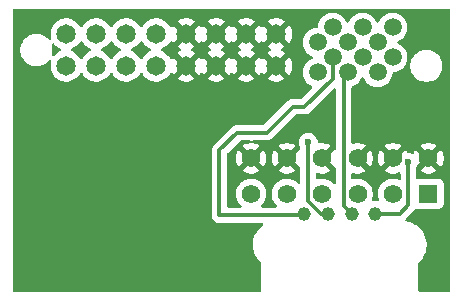
<source format=gbr>
%TF.GenerationSoftware,KiCad,Pcbnew,9.0.6*%
%TF.CreationDate,2025-12-04T16:08:16+01:00*%
%TF.ProjectId,ASUS BTF GPU Mini-ITX Adapter,41535553-2042-4544-9620-475055204d69,rev?*%
%TF.SameCoordinates,Original*%
%TF.FileFunction,Copper,L2,Bot*%
%TF.FilePolarity,Positive*%
%FSLAX46Y46*%
G04 Gerber Fmt 4.6, Leading zero omitted, Abs format (unit mm)*
G04 Created by KiCad (PCBNEW 9.0.6) date 2025-12-04 16:08:16*
%MOMM*%
%LPD*%
G01*
G04 APERTURE LIST*
%TA.AperFunction,ComponentPad*%
%ADD10C,1.650000*%
%TD*%
%TA.AperFunction,ComponentPad*%
%ADD11C,1.500000*%
%TD*%
%TA.AperFunction,ComponentPad*%
%ADD12R,1.570000X1.570000*%
%TD*%
%TA.AperFunction,ComponentPad*%
%ADD13C,1.570000*%
%TD*%
%TA.AperFunction,ComponentPad*%
%ADD14C,1.150000*%
%TD*%
%TA.AperFunction,ViaPad*%
%ADD15C,0.600000*%
%TD*%
%TA.AperFunction,Conductor*%
%ADD16C,0.300000*%
%TD*%
G04 APERTURE END LIST*
D10*
%TO.P,REF\u002A\u002A,P1*%
%TO.N,12V*%
X167530000Y-105350000D03*
%TO.P,REF\u002A\u002A,P2*%
X170070000Y-105350000D03*
%TO.P,REF\u002A\u002A,P3*%
X172610000Y-105350000D03*
%TO.P,REF\u002A\u002A,P4*%
X175150000Y-105350000D03*
%TO.P,REF\u002A\u002A,P5*%
%TO.N,Ground*%
X177690000Y-105350000D03*
%TO.P,REF\u002A\u002A,P6*%
X180230000Y-105350000D03*
%TO.P,REF\u002A\u002A,P7*%
X182770000Y-105350000D03*
%TO.P,REF\u002A\u002A,P8*%
X185310000Y-105350000D03*
%TO.P,REF\u002A\u002A,P9*%
X185310000Y-102650000D03*
%TO.P,REF\u002A\u002A,P10*%
X182770000Y-102650000D03*
%TO.P,REF\u002A\u002A,P11*%
X180230000Y-102650000D03*
%TO.P,REF\u002A\u002A,P12*%
X177690000Y-102650000D03*
%TO.P,REF\u002A\u002A,P13*%
%TO.N,12V*%
X175150000Y-102650000D03*
%TO.P,REF\u002A\u002A,P14*%
X172610000Y-102650000D03*
%TO.P,REF\u002A\u002A,P15*%
X170070000Y-102650000D03*
%TO.P,REF\u002A\u002A,P16*%
X167530000Y-102650000D03*
D11*
%TO.P,REF\u002A\u002A,S1*%
%TO.N,GND*%
X188810000Y-105905000D03*
%TO.P,REF\u002A\u002A,S2*%
%TO.N,SENSE1*%
X190080000Y-104635000D03*
%TO.P,REF\u002A\u002A,S3*%
%TO.N,CARD_CBL_PRES#*%
X191350000Y-105905000D03*
%TO.P,REF\u002A\u002A,S4*%
%TO.N,N/C*%
X192620000Y-104635000D03*
%TO.P,REF\u002A\u002A,S5*%
%TO.N,SENSE0*%
X193890000Y-105905000D03*
%TO.P,REF\u002A\u002A,S6*%
%TO.N,CARD_PWR_STABLE*%
X195160000Y-104635000D03*
%TO.P,REF\u002A\u002A,S7*%
%TO.N,150W_DET*%
X195160000Y-102095000D03*
%TO.P,REF\u002A\u002A,S8*%
%TO.N,12HPWR_LED*%
X193890000Y-103365000D03*
%TO.P,REF\u002A\u002A,S9*%
%TO.N,GND*%
X192620000Y-102095000D03*
%TO.P,REF\u002A\u002A,S10*%
%TO.N,N/C*%
X191350000Y-103365000D03*
%TO.P,REF\u002A\u002A,S11*%
X190080000Y-102095000D03*
%TO.P,REF\u002A\u002A,S12*%
%TO.N,GC_PRSN#*%
X188810000Y-103365000D03*
%TD*%
D12*
%TO.P,REF\u002A\u002A,1*%
%TO.N,12V*%
X198193250Y-116180000D03*
D13*
%TO.P,REF\u002A\u002A,2*%
X195193250Y-116180000D03*
%TO.P,REF\u002A\u002A,3*%
X192193250Y-116180000D03*
%TO.P,REF\u002A\u002A,4*%
X189193250Y-116180000D03*
%TO.P,REF\u002A\u002A,5*%
X186193250Y-116180000D03*
%TO.P,REF\u002A\u002A,6*%
X183193250Y-116180000D03*
%TO.P,REF\u002A\u002A,7*%
%TO.N,Ground*%
X198193250Y-113180000D03*
%TO.P,REF\u002A\u002A,8*%
X195193250Y-113180000D03*
%TO.P,REF\u002A\u002A,9*%
X192193250Y-113180000D03*
%TO.P,REF\u002A\u002A,10*%
X189193250Y-113180000D03*
%TO.P,REF\u002A\u002A,11*%
X186193250Y-113180000D03*
%TO.P,REF\u002A\u002A,12*%
X183193250Y-113180000D03*
D14*
%TO.P,REF\u002A\u002A,S1*%
%TO.N,CARD_PWR_STABLE*%
X193693250Y-117850000D03*
%TO.P,REF\u002A\u002A,S2*%
%TO.N,CARD_CBL_PRES#*%
X191693250Y-117850000D03*
%TO.P,REF\u002A\u002A,S3*%
%TO.N,SENSE0*%
X189693250Y-117850000D03*
%TO.P,REF\u002A\u002A,S4*%
%TO.N,SENSE1*%
X187693250Y-117850000D03*
%TD*%
D15*
%TO.N,SENSE0*%
X188000000Y-111795000D03*
%TO.N,CARD_PWR_STABLE*%
X196500000Y-113500000D03*
%TD*%
D16*
%TO.N,SENSE1*%
X187850000Y-118000000D02*
X180500000Y-118000000D01*
X182000000Y-111000000D02*
X184500000Y-111000000D01*
X187693250Y-108806750D02*
X190080000Y-106420000D01*
X190080000Y-106420000D02*
X190080000Y-104635000D01*
X188000000Y-117850000D02*
X187850000Y-118000000D01*
X180500000Y-112500000D02*
X182000000Y-111000000D01*
X180500000Y-118000000D02*
X180500000Y-112500000D01*
X186693250Y-108806750D02*
X187693250Y-108806750D01*
X184500000Y-111000000D02*
X186693250Y-108806750D01*
%TO.N,CARD_CBL_PRES#*%
X191015693Y-117172443D02*
X191015693Y-106239307D01*
X191015693Y-106239307D02*
X191350000Y-105905000D01*
X191693250Y-117850000D02*
X191015693Y-117172443D01*
X192000000Y-117850000D02*
X191693250Y-117850000D01*
%TO.N,CARD_PWR_STABLE*%
X195795709Y-117850000D02*
X194000000Y-117850000D01*
X196500000Y-117145709D02*
X195795709Y-117850000D01*
X196500000Y-113500000D02*
X196500000Y-117145709D01*
%TO.N,SENSE0*%
X188000000Y-111795000D02*
X188000000Y-116761293D01*
X189088707Y-117850000D02*
X189693250Y-117850000D01*
X188000000Y-116761293D02*
X189088707Y-117850000D01*
%TD*%
%TA.AperFunction,Conductor*%
%TO.N,Ground*%
G36*
X177177482Y-102862292D02*
G01*
X177249890Y-102987708D01*
X177352292Y-103090110D01*
X177477708Y-103162518D01*
X177519765Y-103173787D01*
X176946179Y-103747371D01*
X176946180Y-103747372D01*
X176995543Y-103783236D01*
X176995556Y-103783244D01*
X177181376Y-103877926D01*
X177194130Y-103882070D01*
X177251805Y-103921508D01*
X177279002Y-103985867D01*
X177267087Y-104054713D01*
X177219842Y-104106188D01*
X177194130Y-104117930D01*
X177181376Y-104122073D01*
X176995552Y-104216757D01*
X176946180Y-104252627D01*
X177519766Y-104826212D01*
X177477708Y-104837482D01*
X177352292Y-104909890D01*
X177249890Y-105012292D01*
X177177482Y-105137708D01*
X177166212Y-105179765D01*
X176592627Y-104606180D01*
X176556755Y-104655555D01*
X176530765Y-104706563D01*
X176482790Y-104757358D01*
X176414969Y-104774153D01*
X176348834Y-104751615D01*
X176309796Y-104706561D01*
X176283671Y-104655287D01*
X176188200Y-104523884D01*
X176161035Y-104486495D01*
X176013505Y-104338965D01*
X175844714Y-104216330D01*
X175658816Y-104121611D01*
X175647487Y-104117930D01*
X175589814Y-104078494D01*
X175562615Y-104014135D01*
X175574529Y-103945289D01*
X175621773Y-103893813D01*
X175647486Y-103882070D01*
X175658816Y-103878389D01*
X175844714Y-103783670D01*
X176013505Y-103661035D01*
X176161035Y-103513505D01*
X176283670Y-103344714D01*
X176309796Y-103293437D01*
X176357769Y-103242642D01*
X176425590Y-103225846D01*
X176491725Y-103248383D01*
X176530766Y-103293437D01*
X176556759Y-103344451D01*
X176592627Y-103393818D01*
X176592627Y-103393819D01*
X177166212Y-102820234D01*
X177177482Y-102862292D01*
G37*
%TD.AperFunction*%
%TA.AperFunction,Conductor*%
G36*
X179717482Y-102862292D02*
G01*
X179789890Y-102987708D01*
X179892292Y-103090110D01*
X180017708Y-103162518D01*
X180059765Y-103173787D01*
X179486179Y-103747371D01*
X179486180Y-103747372D01*
X179535543Y-103783236D01*
X179535556Y-103783244D01*
X179721376Y-103877926D01*
X179734130Y-103882070D01*
X179791805Y-103921508D01*
X179819002Y-103985867D01*
X179807087Y-104054713D01*
X179759842Y-104106188D01*
X179734130Y-104117930D01*
X179721376Y-104122073D01*
X179535552Y-104216757D01*
X179486180Y-104252627D01*
X180059766Y-104826212D01*
X180017708Y-104837482D01*
X179892292Y-104909890D01*
X179789890Y-105012292D01*
X179717482Y-105137708D01*
X179706212Y-105179765D01*
X179132627Y-104606180D01*
X179096755Y-104655555D01*
X179070484Y-104707115D01*
X179022510Y-104757910D01*
X178954689Y-104774705D01*
X178888554Y-104752167D01*
X178849516Y-104707115D01*
X178823247Y-104655561D01*
X178823236Y-104655543D01*
X178787372Y-104606180D01*
X178787371Y-104606179D01*
X178213787Y-105179764D01*
X178202518Y-105137708D01*
X178130110Y-105012292D01*
X178027708Y-104909890D01*
X177902292Y-104837482D01*
X177860233Y-104826212D01*
X178433819Y-104252627D01*
X178384451Y-104216759D01*
X178198625Y-104122075D01*
X178185871Y-104117931D01*
X178128196Y-104078494D01*
X178100997Y-104014135D01*
X178112911Y-103945289D01*
X178160155Y-103893813D01*
X178185871Y-103882069D01*
X178198625Y-103877924D01*
X178384451Y-103783240D01*
X178433818Y-103747372D01*
X178433818Y-103747371D01*
X177860234Y-103173787D01*
X177902292Y-103162518D01*
X178027708Y-103090110D01*
X178130110Y-102987708D01*
X178202518Y-102862292D01*
X178213787Y-102820234D01*
X178787371Y-103393818D01*
X178787372Y-103393818D01*
X178823240Y-103344451D01*
X178849515Y-103292885D01*
X178897489Y-103242089D01*
X178965310Y-103225294D01*
X179031445Y-103247831D01*
X179070485Y-103292885D01*
X179096759Y-103344451D01*
X179132627Y-103393818D01*
X179132627Y-103393819D01*
X179706212Y-102820234D01*
X179717482Y-102862292D01*
G37*
%TD.AperFunction*%
%TA.AperFunction,Conductor*%
G36*
X182257482Y-102862292D02*
G01*
X182329890Y-102987708D01*
X182432292Y-103090110D01*
X182557708Y-103162518D01*
X182599765Y-103173787D01*
X182026179Y-103747371D01*
X182026180Y-103747372D01*
X182075543Y-103783236D01*
X182075556Y-103783244D01*
X182261376Y-103877926D01*
X182274130Y-103882070D01*
X182331805Y-103921508D01*
X182359002Y-103985867D01*
X182347087Y-104054713D01*
X182299842Y-104106188D01*
X182274130Y-104117930D01*
X182261376Y-104122073D01*
X182075552Y-104216757D01*
X182026180Y-104252627D01*
X182599766Y-104826212D01*
X182557708Y-104837482D01*
X182432292Y-104909890D01*
X182329890Y-105012292D01*
X182257482Y-105137708D01*
X182246212Y-105179765D01*
X181672627Y-104606180D01*
X181636755Y-104655555D01*
X181610484Y-104707115D01*
X181562510Y-104757910D01*
X181494689Y-104774705D01*
X181428554Y-104752167D01*
X181389516Y-104707115D01*
X181363247Y-104655561D01*
X181363236Y-104655543D01*
X181327372Y-104606180D01*
X181327371Y-104606179D01*
X180753787Y-105179764D01*
X180742518Y-105137708D01*
X180670110Y-105012292D01*
X180567708Y-104909890D01*
X180442292Y-104837482D01*
X180400233Y-104826212D01*
X180973819Y-104252627D01*
X180924451Y-104216759D01*
X180738625Y-104122075D01*
X180725871Y-104117931D01*
X180668196Y-104078494D01*
X180640997Y-104014135D01*
X180652911Y-103945289D01*
X180700155Y-103893813D01*
X180725871Y-103882069D01*
X180738625Y-103877924D01*
X180924451Y-103783240D01*
X180973818Y-103747372D01*
X180973818Y-103747371D01*
X180400234Y-103173787D01*
X180442292Y-103162518D01*
X180567708Y-103090110D01*
X180670110Y-102987708D01*
X180742518Y-102862292D01*
X180753787Y-102820234D01*
X181327371Y-103393818D01*
X181327372Y-103393818D01*
X181363240Y-103344451D01*
X181389515Y-103292885D01*
X181437489Y-103242089D01*
X181505310Y-103225294D01*
X181571445Y-103247831D01*
X181610485Y-103292885D01*
X181636759Y-103344451D01*
X181672627Y-103393818D01*
X181672627Y-103393819D01*
X182246212Y-102820234D01*
X182257482Y-102862292D01*
G37*
%TD.AperFunction*%
%TA.AperFunction,Conductor*%
G36*
X184797482Y-102862292D02*
G01*
X184869890Y-102987708D01*
X184972292Y-103090110D01*
X185097708Y-103162518D01*
X185139765Y-103173787D01*
X184566179Y-103747371D01*
X184566180Y-103747372D01*
X184615543Y-103783236D01*
X184615556Y-103783244D01*
X184801376Y-103877926D01*
X184814130Y-103882070D01*
X184871805Y-103921508D01*
X184899002Y-103985867D01*
X184887087Y-104054713D01*
X184839842Y-104106188D01*
X184814130Y-104117930D01*
X184801376Y-104122073D01*
X184615552Y-104216757D01*
X184566180Y-104252627D01*
X185139766Y-104826212D01*
X185097708Y-104837482D01*
X184972292Y-104909890D01*
X184869890Y-105012292D01*
X184797482Y-105137708D01*
X184786212Y-105179765D01*
X184212627Y-104606180D01*
X184176755Y-104655555D01*
X184150484Y-104707115D01*
X184102510Y-104757910D01*
X184034689Y-104774705D01*
X183968554Y-104752167D01*
X183929516Y-104707115D01*
X183903247Y-104655561D01*
X183903236Y-104655543D01*
X183867372Y-104606180D01*
X183867371Y-104606179D01*
X183293787Y-105179764D01*
X183282518Y-105137708D01*
X183210110Y-105012292D01*
X183107708Y-104909890D01*
X182982292Y-104837482D01*
X182940233Y-104826212D01*
X183513819Y-104252627D01*
X183464451Y-104216759D01*
X183278625Y-104122075D01*
X183265871Y-104117931D01*
X183208196Y-104078494D01*
X183180997Y-104014135D01*
X183192911Y-103945289D01*
X183240155Y-103893813D01*
X183265871Y-103882069D01*
X183278625Y-103877924D01*
X183464451Y-103783240D01*
X183513818Y-103747372D01*
X183513818Y-103747371D01*
X182940234Y-103173787D01*
X182982292Y-103162518D01*
X183107708Y-103090110D01*
X183210110Y-102987708D01*
X183282518Y-102862292D01*
X183293787Y-102820234D01*
X183867371Y-103393818D01*
X183867372Y-103393818D01*
X183903240Y-103344451D01*
X183929515Y-103292885D01*
X183977489Y-103242089D01*
X184045310Y-103225294D01*
X184111445Y-103247831D01*
X184150485Y-103292885D01*
X184176759Y-103344451D01*
X184212627Y-103393818D01*
X184212627Y-103393819D01*
X184786212Y-102820234D01*
X184797482Y-102862292D01*
G37*
%TD.AperFunction*%
%TA.AperFunction,Conductor*%
G36*
X199942539Y-100520185D02*
G01*
X199988294Y-100572989D01*
X199999500Y-100624500D01*
X199999500Y-124375500D01*
X199979815Y-124442539D01*
X199927011Y-124488294D01*
X199875500Y-124499500D01*
X197467750Y-124499500D01*
X197400711Y-124479815D01*
X197354956Y-124427011D01*
X197343750Y-124375500D01*
X197343750Y-122079108D01*
X197363435Y-122012069D01*
X197388955Y-121983361D01*
X197411904Y-121964476D01*
X197585127Y-121780821D01*
X197733891Y-121576849D01*
X197855837Y-121355795D01*
X197949031Y-121121167D01*
X198011994Y-120876686D01*
X198043727Y-120626229D01*
X198043737Y-120565936D01*
X198043750Y-120565892D01*
X198043750Y-120500000D01*
X198043750Y-120434108D01*
X198043701Y-120433928D01*
X198043700Y-120425645D01*
X198043701Y-120425639D01*
X198043700Y-120425616D01*
X198043700Y-120368889D01*
X198043700Y-120368883D01*
X198009472Y-120108893D01*
X197941602Y-119855594D01*
X197841252Y-119613321D01*
X197831960Y-119597227D01*
X197782628Y-119511779D01*
X197710138Y-119386218D01*
X197550503Y-119178172D01*
X197365078Y-118992741D01*
X197365073Y-118992737D01*
X197365072Y-118992736D01*
X197157051Y-118833109D01*
X197157032Y-118833097D01*
X197086108Y-118792147D01*
X196929939Y-118701978D01*
X196805670Y-118650500D01*
X196687667Y-118601618D01*
X196434376Y-118533741D01*
X196328029Y-118519737D01*
X196264134Y-118491468D01*
X196225665Y-118433142D01*
X196224836Y-118363277D01*
X196256538Y-118309117D01*
X197005272Y-117560383D01*
X197005277Y-117560378D01*
X197063893Y-117472650D01*
X197117504Y-117427846D01*
X197186828Y-117419137D01*
X197210321Y-117425356D01*
X197300767Y-117459091D01*
X197360377Y-117465500D01*
X199026122Y-117465499D01*
X199085733Y-117459091D01*
X199220581Y-117408796D01*
X199335796Y-117322546D01*
X199422046Y-117207331D01*
X199472341Y-117072483D01*
X199478750Y-117012873D01*
X199478749Y-115347128D01*
X199472341Y-115287517D01*
X199422046Y-115152669D01*
X199422045Y-115152668D01*
X199422043Y-115152664D01*
X199335797Y-115037455D01*
X199335794Y-115037452D01*
X199220585Y-114951206D01*
X199220578Y-114951202D01*
X199085732Y-114900908D01*
X199085733Y-114900908D01*
X199026133Y-114894501D01*
X199026131Y-114894500D01*
X199026123Y-114894500D01*
X199026114Y-114894500D01*
X197360379Y-114894500D01*
X197360373Y-114894501D01*
X197293054Y-114901738D01*
X197292849Y-114899834D01*
X197233233Y-114896632D01*
X197176566Y-114855759D01*
X197150992Y-114790738D01*
X197150500Y-114779700D01*
X197150500Y-114004934D01*
X197170185Y-113937895D01*
X197171334Y-113936138D01*
X197209394Y-113879179D01*
X197248660Y-113784379D01*
X197275537Y-113744157D01*
X197681709Y-113337985D01*
X197694710Y-113386502D01*
X197765144Y-113508497D01*
X197864753Y-113608106D01*
X197986748Y-113678540D01*
X198035263Y-113691539D01*
X197478066Y-114248735D01*
X197519762Y-114279029D01*
X197699976Y-114370854D01*
X197892344Y-114433358D01*
X198092119Y-114465000D01*
X198294381Y-114465000D01*
X198494155Y-114433358D01*
X198686523Y-114370854D01*
X198866737Y-114279029D01*
X198908431Y-114248735D01*
X198351236Y-113691540D01*
X198399752Y-113678540D01*
X198521747Y-113608106D01*
X198621356Y-113508497D01*
X198691790Y-113386502D01*
X198704789Y-113337986D01*
X199261985Y-113895182D01*
X199261985Y-113895181D01*
X199292279Y-113853487D01*
X199384104Y-113673273D01*
X199446608Y-113480905D01*
X199478250Y-113281131D01*
X199478250Y-113078868D01*
X199446608Y-112879094D01*
X199384104Y-112686726D01*
X199292279Y-112506512D01*
X199261985Y-112464817D01*
X199261985Y-112464816D01*
X198704789Y-113022012D01*
X198691790Y-112973498D01*
X198621356Y-112851503D01*
X198521747Y-112751894D01*
X198399752Y-112681460D01*
X198351236Y-112668460D01*
X198908432Y-112111263D01*
X198908431Y-112111262D01*
X198866740Y-112080972D01*
X198686523Y-111989145D01*
X198494155Y-111926641D01*
X198294381Y-111895000D01*
X198092119Y-111895000D01*
X197892344Y-111926641D01*
X197699976Y-111989145D01*
X197519764Y-112080969D01*
X197519762Y-112080970D01*
X197478067Y-112111262D01*
X197478067Y-112111263D01*
X198035263Y-112668459D01*
X197986748Y-112681460D01*
X197864753Y-112751894D01*
X197765144Y-112851503D01*
X197694710Y-112973498D01*
X197681709Y-113022013D01*
X197124513Y-112464817D01*
X197124512Y-112464817D01*
X197094220Y-112506512D01*
X197094219Y-112506514D01*
X197002394Y-112686729D01*
X196999482Y-112695693D01*
X196960043Y-112753367D01*
X196895684Y-112780564D01*
X196834100Y-112771933D01*
X196733501Y-112730264D01*
X196733489Y-112730261D01*
X196578845Y-112699500D01*
X196578842Y-112699500D01*
X196466600Y-112699500D01*
X196399561Y-112679815D01*
X196356115Y-112631795D01*
X196292279Y-112506512D01*
X196261985Y-112464817D01*
X196261985Y-112464816D01*
X195704789Y-113022013D01*
X195691790Y-112973498D01*
X195621356Y-112851503D01*
X195521747Y-112751894D01*
X195399752Y-112681460D01*
X195351236Y-112668460D01*
X195908432Y-112111263D01*
X195908431Y-112111262D01*
X195866740Y-112080972D01*
X195686523Y-111989145D01*
X195494155Y-111926641D01*
X195294381Y-111895000D01*
X195092119Y-111895000D01*
X194892344Y-111926641D01*
X194699976Y-111989145D01*
X194519764Y-112080969D01*
X194519762Y-112080970D01*
X194478067Y-112111262D01*
X194478067Y-112111263D01*
X195035263Y-112668459D01*
X194986748Y-112681460D01*
X194864753Y-112751894D01*
X194765144Y-112851503D01*
X194694710Y-112973498D01*
X194681710Y-113022013D01*
X194124513Y-112464817D01*
X194124512Y-112464817D01*
X194094220Y-112506512D01*
X194094219Y-112506514D01*
X194002395Y-112686726D01*
X193939891Y-112879094D01*
X193908250Y-113078868D01*
X193908250Y-113281131D01*
X193939891Y-113480905D01*
X194002395Y-113673273D01*
X194094222Y-113853490D01*
X194124512Y-113895181D01*
X194124513Y-113895182D01*
X194681709Y-113337985D01*
X194694710Y-113386502D01*
X194765144Y-113508497D01*
X194864753Y-113608106D01*
X194986748Y-113678540D01*
X195035263Y-113691539D01*
X194478066Y-114248735D01*
X194519762Y-114279029D01*
X194699976Y-114370854D01*
X194892344Y-114433358D01*
X195092119Y-114465000D01*
X195294381Y-114465000D01*
X195494155Y-114433358D01*
X195687181Y-114370640D01*
X195757022Y-114368645D01*
X195816855Y-114404725D01*
X195847684Y-114467425D01*
X195849500Y-114488571D01*
X195849500Y-114870901D01*
X195829815Y-114937940D01*
X195777011Y-114983695D01*
X195707853Y-114993639D01*
X195687182Y-114988832D01*
X195494273Y-114926153D01*
X195294426Y-114894500D01*
X195294421Y-114894500D01*
X195092079Y-114894500D01*
X195092074Y-114894500D01*
X194892227Y-114926152D01*
X194699786Y-114988681D01*
X194519500Y-115080542D01*
X194426104Y-115148398D01*
X194355803Y-115199476D01*
X194355801Y-115199478D01*
X194355800Y-115199478D01*
X194212728Y-115342550D01*
X194212728Y-115342551D01*
X194212726Y-115342553D01*
X194209202Y-115347404D01*
X194093792Y-115506250D01*
X194001931Y-115686536D01*
X193939402Y-115878977D01*
X193907750Y-116078823D01*
X193907750Y-116281176D01*
X193939402Y-116481022D01*
X193986166Y-116624944D01*
X193988161Y-116694785D01*
X193952081Y-116754618D01*
X193889380Y-116785446D01*
X193848838Y-116785735D01*
X193777901Y-116774500D01*
X193777894Y-116774500D01*
X193608606Y-116774500D01*
X193608599Y-116774500D01*
X193537661Y-116785735D01*
X193468368Y-116776780D01*
X193414916Y-116731783D01*
X193394277Y-116665032D01*
X193400331Y-116624951D01*
X193447097Y-116481022D01*
X193456140Y-116423921D01*
X193478750Y-116281176D01*
X193478750Y-116078823D01*
X193447097Y-115878977D01*
X193432049Y-115832665D01*
X193384570Y-115686539D01*
X193292708Y-115506251D01*
X193173774Y-115342553D01*
X193030697Y-115199476D01*
X192866999Y-115080542D01*
X192686711Y-114988680D01*
X192636803Y-114972464D01*
X192494272Y-114926152D01*
X192294426Y-114894500D01*
X192294421Y-114894500D01*
X192092079Y-114894500D01*
X192092074Y-114894500D01*
X191892224Y-114926153D01*
X191828510Y-114946855D01*
X191758669Y-114948850D01*
X191698836Y-114912769D01*
X191668009Y-114850068D01*
X191666193Y-114828924D01*
X191666193Y-114530549D01*
X191685878Y-114463510D01*
X191738682Y-114417755D01*
X191807840Y-114407811D01*
X191828512Y-114412618D01*
X191892344Y-114433359D01*
X192092119Y-114465000D01*
X192294381Y-114465000D01*
X192494155Y-114433358D01*
X192686523Y-114370854D01*
X192866737Y-114279029D01*
X192908431Y-114248735D01*
X192908432Y-114248735D01*
X192351236Y-113691539D01*
X192399752Y-113678540D01*
X192521747Y-113608106D01*
X192621356Y-113508497D01*
X192691790Y-113386502D01*
X192704790Y-113337986D01*
X193261985Y-113895181D01*
X193292279Y-113853487D01*
X193384104Y-113673273D01*
X193446608Y-113480905D01*
X193478250Y-113281131D01*
X193478250Y-113078868D01*
X193446608Y-112879094D01*
X193384104Y-112686726D01*
X193292279Y-112506512D01*
X193261985Y-112464817D01*
X193261985Y-112464816D01*
X192704789Y-113022012D01*
X192691790Y-112973498D01*
X192621356Y-112851503D01*
X192521747Y-112751894D01*
X192399752Y-112681460D01*
X192351234Y-112668459D01*
X192908432Y-112111262D01*
X192866740Y-112080972D01*
X192686523Y-111989145D01*
X192494155Y-111926641D01*
X192294381Y-111895000D01*
X192092119Y-111895000D01*
X191892343Y-111926641D01*
X191892340Y-111926641D01*
X191828511Y-111947381D01*
X191758669Y-111949376D01*
X191698837Y-111913295D01*
X191668009Y-111850594D01*
X191666193Y-111829450D01*
X191666193Y-107207207D01*
X191685878Y-107140168D01*
X191738682Y-107094413D01*
X191751876Y-107089276D01*
X191830019Y-107063886D01*
X191830019Y-107063885D01*
X191830025Y-107063884D01*
X192005405Y-106974524D01*
X192164646Y-106858828D01*
X192303828Y-106719646D01*
X192419524Y-106560405D01*
X192508884Y-106385025D01*
X192509515Y-106383787D01*
X192557489Y-106332990D01*
X192625310Y-106316195D01*
X192691445Y-106338732D01*
X192730485Y-106383787D01*
X192820474Y-106560403D01*
X192833542Y-106578389D01*
X192936172Y-106719646D01*
X193075354Y-106858828D01*
X193234595Y-106974524D01*
X193317455Y-107016743D01*
X193409970Y-107063882D01*
X193409972Y-107063882D01*
X193409975Y-107063884D01*
X193488123Y-107089276D01*
X193597173Y-107124709D01*
X193791578Y-107155500D01*
X193791583Y-107155500D01*
X193988422Y-107155500D01*
X194182826Y-107124709D01*
X194370025Y-107063884D01*
X194545405Y-106974524D01*
X194704646Y-106858828D01*
X194843828Y-106719646D01*
X194959524Y-106560405D01*
X195048884Y-106385025D01*
X195109709Y-106197826D01*
X195140500Y-106003417D01*
X195140500Y-106003402D01*
X195140792Y-105999699D01*
X195165667Y-105934407D01*
X195221892Y-105892929D01*
X195254699Y-105885792D01*
X195258403Y-105885500D01*
X195258417Y-105885500D01*
X195452826Y-105854709D01*
X195640025Y-105793884D01*
X195815405Y-105704524D01*
X195974646Y-105588828D01*
X196113828Y-105449646D01*
X196229524Y-105290405D01*
X196253515Y-105243320D01*
X196654500Y-105243320D01*
X196654500Y-105456679D01*
X196687877Y-105667414D01*
X196753810Y-105870335D01*
X196819725Y-105999699D01*
X196850673Y-106060437D01*
X196976083Y-106233049D01*
X197126951Y-106383917D01*
X197299563Y-106509327D01*
X197389379Y-106555090D01*
X197489664Y-106606189D01*
X197489666Y-106606189D01*
X197489669Y-106606191D01*
X197692586Y-106672123D01*
X197903320Y-106705500D01*
X197903321Y-106705500D01*
X198116679Y-106705500D01*
X198116680Y-106705500D01*
X198327414Y-106672123D01*
X198530331Y-106606191D01*
X198720437Y-106509327D01*
X198893049Y-106383917D01*
X199043917Y-106233049D01*
X199169327Y-106060437D01*
X199266191Y-105870331D01*
X199332123Y-105667414D01*
X199365500Y-105456680D01*
X199365500Y-105243320D01*
X199332123Y-105032586D01*
X199266191Y-104829669D01*
X199266189Y-104829666D01*
X199266189Y-104829664D01*
X199205439Y-104710437D01*
X199169327Y-104639563D01*
X199043917Y-104466951D01*
X198893049Y-104316083D01*
X198720437Y-104190673D01*
X198698799Y-104179648D01*
X198530335Y-104093810D01*
X198327414Y-104027877D01*
X198306092Y-104024500D01*
X198116680Y-103994500D01*
X197903320Y-103994500D01*
X197797953Y-104011188D01*
X197692585Y-104027877D01*
X197489664Y-104093810D01*
X197299562Y-104190673D01*
X197214291Y-104252627D01*
X197126951Y-104316083D01*
X197126949Y-104316085D01*
X197126948Y-104316085D01*
X196976085Y-104466948D01*
X196976085Y-104466949D01*
X196976083Y-104466951D01*
X196937300Y-104520331D01*
X196850673Y-104639562D01*
X196753810Y-104829664D01*
X196687877Y-105032585D01*
X196654500Y-105243320D01*
X196253515Y-105243320D01*
X196318884Y-105115025D01*
X196379709Y-104927826D01*
X196394336Y-104835476D01*
X196410500Y-104733422D01*
X196410500Y-104536577D01*
X196379709Y-104342173D01*
X196338958Y-104216757D01*
X196318884Y-104154975D01*
X196318882Y-104154972D01*
X196318882Y-104154970D01*
X196252404Y-104024500D01*
X196229524Y-103979595D01*
X196113828Y-103820354D01*
X195974646Y-103681172D01*
X195871578Y-103606288D01*
X195815403Y-103565474D01*
X195638787Y-103475485D01*
X195587990Y-103427511D01*
X195571195Y-103359690D01*
X195593732Y-103293555D01*
X195638787Y-103254515D01*
X195815403Y-103164525D01*
X195815402Y-103164525D01*
X195815405Y-103164524D01*
X195974646Y-103048828D01*
X196113828Y-102909646D01*
X196229524Y-102750405D01*
X196318884Y-102575025D01*
X196379709Y-102387826D01*
X196387327Y-102339727D01*
X196410500Y-102193422D01*
X196410500Y-101996577D01*
X196379709Y-101802173D01*
X196318882Y-101614970D01*
X196229523Y-101439594D01*
X196113828Y-101280354D01*
X195974646Y-101141172D01*
X195815405Y-101025476D01*
X195640029Y-100936117D01*
X195452826Y-100875290D01*
X195258422Y-100844500D01*
X195258417Y-100844500D01*
X195061583Y-100844500D01*
X195061578Y-100844500D01*
X194867173Y-100875290D01*
X194679970Y-100936117D01*
X194504594Y-101025476D01*
X194413741Y-101091485D01*
X194345354Y-101141172D01*
X194345352Y-101141174D01*
X194345351Y-101141174D01*
X194206174Y-101280351D01*
X194206174Y-101280352D01*
X194206172Y-101280354D01*
X194174098Y-101324500D01*
X194090476Y-101439594D01*
X194000485Y-101616213D01*
X193952511Y-101667009D01*
X193884690Y-101683804D01*
X193818555Y-101661267D01*
X193779515Y-101616213D01*
X193689523Y-101439594D01*
X193573828Y-101280354D01*
X193434646Y-101141172D01*
X193275405Y-101025476D01*
X193100029Y-100936117D01*
X192912826Y-100875290D01*
X192718422Y-100844500D01*
X192718417Y-100844500D01*
X192521583Y-100844500D01*
X192521578Y-100844500D01*
X192327173Y-100875290D01*
X192139970Y-100936117D01*
X191964594Y-101025476D01*
X191873741Y-101091485D01*
X191805354Y-101141172D01*
X191805352Y-101141174D01*
X191805351Y-101141174D01*
X191666174Y-101280351D01*
X191666174Y-101280352D01*
X191666172Y-101280354D01*
X191634098Y-101324500D01*
X191550476Y-101439594D01*
X191460485Y-101616213D01*
X191412511Y-101667009D01*
X191344690Y-101683804D01*
X191278555Y-101661267D01*
X191239515Y-101616213D01*
X191149523Y-101439594D01*
X191033828Y-101280354D01*
X190894646Y-101141172D01*
X190735405Y-101025476D01*
X190560029Y-100936117D01*
X190372826Y-100875290D01*
X190178422Y-100844500D01*
X190178417Y-100844500D01*
X189981583Y-100844500D01*
X189981578Y-100844500D01*
X189787173Y-100875290D01*
X189599970Y-100936117D01*
X189424594Y-101025476D01*
X189333741Y-101091485D01*
X189265354Y-101141172D01*
X189265352Y-101141174D01*
X189265351Y-101141174D01*
X189126174Y-101280351D01*
X189126174Y-101280352D01*
X189126172Y-101280354D01*
X189094098Y-101324500D01*
X189010476Y-101439594D01*
X188921117Y-101614970D01*
X188860290Y-101802173D01*
X188829500Y-101996576D01*
X188829206Y-102000315D01*
X188804323Y-102065604D01*
X188748093Y-102107076D01*
X188715315Y-102114206D01*
X188711576Y-102114500D01*
X188517173Y-102145290D01*
X188329970Y-102206117D01*
X188154594Y-102295476D01*
X188093689Y-102339727D01*
X187995354Y-102411172D01*
X187995352Y-102411174D01*
X187995351Y-102411174D01*
X187856174Y-102550351D01*
X187856174Y-102550352D01*
X187856172Y-102550354D01*
X187836383Y-102577591D01*
X187740476Y-102709594D01*
X187651117Y-102884970D01*
X187590290Y-103072173D01*
X187559500Y-103266577D01*
X187559500Y-103463422D01*
X187590290Y-103657826D01*
X187651117Y-103845029D01*
X187717596Y-103975500D01*
X187740476Y-104020405D01*
X187856172Y-104179646D01*
X187995354Y-104318828D01*
X188154595Y-104434524D01*
X188277992Y-104497397D01*
X188331213Y-104524515D01*
X188382009Y-104572489D01*
X188398804Y-104640310D01*
X188376267Y-104706445D01*
X188331213Y-104745485D01*
X188154594Y-104835476D01*
X188089115Y-104883050D01*
X187995354Y-104951172D01*
X187995352Y-104951174D01*
X187995351Y-104951174D01*
X187856174Y-105090351D01*
X187856174Y-105090352D01*
X187856172Y-105090354D01*
X187838243Y-105115031D01*
X187740476Y-105249594D01*
X187651117Y-105424970D01*
X187590290Y-105612173D01*
X187559500Y-105806577D01*
X187559500Y-106003422D01*
X187590290Y-106197826D01*
X187651117Y-106385029D01*
X187740475Y-106560403D01*
X187740476Y-106560405D01*
X187856172Y-106719646D01*
X187995354Y-106858828D01*
X188154595Y-106974524D01*
X188299599Y-107048407D01*
X188301252Y-107049249D01*
X188352048Y-107097223D01*
X188368843Y-107165044D01*
X188346306Y-107231179D01*
X188332638Y-107247415D01*
X187460123Y-108119931D01*
X187398800Y-108153416D01*
X187372442Y-108156250D01*
X186629179Y-108156250D01*
X186503511Y-108181247D01*
X186503505Y-108181249D01*
X186385124Y-108230284D01*
X186278576Y-108301476D01*
X186278575Y-108301477D01*
X184266873Y-110313181D01*
X184205550Y-110346666D01*
X184179192Y-110349500D01*
X181935929Y-110349500D01*
X181810261Y-110374497D01*
X181810255Y-110374499D01*
X181691870Y-110423535D01*
X181585331Y-110494722D01*
X181585324Y-110494728D01*
X179994727Y-112085325D01*
X179994721Y-112085332D01*
X179935359Y-112174174D01*
X179935360Y-112174175D01*
X179923534Y-112191874D01*
X179874499Y-112310255D01*
X179874497Y-112310261D01*
X179849500Y-112435928D01*
X179849500Y-112435931D01*
X179849500Y-118064069D01*
X179849500Y-118064071D01*
X179849499Y-118064071D01*
X179874497Y-118189738D01*
X179874499Y-118189744D01*
X179923533Y-118308124D01*
X179923538Y-118308133D01*
X179994723Y-118414668D01*
X179994726Y-118414672D01*
X180085327Y-118505273D01*
X180085331Y-118505276D01*
X180191866Y-118576461D01*
X180191872Y-118576464D01*
X180191873Y-118576465D01*
X180310256Y-118625501D01*
X180310260Y-118625501D01*
X180310261Y-118625502D01*
X180435928Y-118650500D01*
X180435931Y-118650500D01*
X180564069Y-118650500D01*
X184102056Y-118650500D01*
X184169095Y-118670185D01*
X184214850Y-118722989D01*
X184224794Y-118792147D01*
X184195769Y-118855703D01*
X184177545Y-118872874D01*
X184021392Y-118992699D01*
X183835957Y-119178140D01*
X183676323Y-119386185D01*
X183676320Y-119386189D01*
X183676320Y-119386190D01*
X183554481Y-119597227D01*
X183545201Y-119613300D01*
X183545196Y-119613310D01*
X183444850Y-119855573D01*
X183376980Y-120108872D01*
X183376977Y-120108886D01*
X183348337Y-120326434D01*
X183342749Y-120368880D01*
X183342750Y-120500000D01*
X183342750Y-120565892D01*
X183342781Y-120566008D01*
X183342785Y-120574225D01*
X183342783Y-120574231D01*
X183342785Y-120574259D01*
X183342794Y-120626168D01*
X183342795Y-120626228D01*
X183374528Y-120876682D01*
X183401859Y-120982806D01*
X183437490Y-121121160D01*
X183437492Y-121121167D01*
X183530674Y-121355770D01*
X183530678Y-121355778D01*
X183530680Y-121355783D01*
X183530682Y-121355786D01*
X183652627Y-121576837D01*
X183744619Y-121702968D01*
X183799787Y-121778610D01*
X183801390Y-121780807D01*
X183974611Y-121964460D01*
X183997545Y-121983334D01*
X184036801Y-122041131D01*
X184042750Y-122079079D01*
X184042750Y-124375500D01*
X184023065Y-124442539D01*
X183970261Y-124488294D01*
X183918750Y-124499500D01*
X163124500Y-124499500D01*
X163057461Y-124479815D01*
X163011706Y-124427011D01*
X163000500Y-124375500D01*
X163000500Y-103893320D01*
X163634500Y-103893320D01*
X163634500Y-104106680D01*
X163651935Y-104216759D01*
X163667877Y-104317414D01*
X163733810Y-104520335D01*
X163802712Y-104655561D01*
X163830673Y-104710437D01*
X163956083Y-104883049D01*
X164106951Y-105033917D01*
X164279563Y-105159327D01*
X164369379Y-105205090D01*
X164469664Y-105256189D01*
X164469666Y-105256189D01*
X164469669Y-105256191D01*
X164672586Y-105322123D01*
X164883320Y-105355500D01*
X164883321Y-105355500D01*
X165096679Y-105355500D01*
X165096680Y-105355500D01*
X165307414Y-105322123D01*
X165510331Y-105256191D01*
X165700437Y-105159327D01*
X165873049Y-105033917D01*
X166023917Y-104883049D01*
X166041483Y-104858871D01*
X166096810Y-104816207D01*
X166166423Y-104810226D01*
X166228219Y-104842831D01*
X166262577Y-104903670D01*
X166259731Y-104970075D01*
X166237138Y-105039606D01*
X166237138Y-105039609D01*
X166204500Y-105245675D01*
X166204500Y-105454324D01*
X166237137Y-105660389D01*
X166301612Y-105858820D01*
X166370485Y-105993990D01*
X166396330Y-106044714D01*
X166518965Y-106213505D01*
X166666495Y-106361035D01*
X166835286Y-106483670D01*
X166923116Y-106528421D01*
X167021179Y-106578387D01*
X167021181Y-106578387D01*
X167021184Y-106578389D01*
X167106750Y-106606191D01*
X167219610Y-106642862D01*
X167425676Y-106675500D01*
X167425681Y-106675500D01*
X167634324Y-106675500D01*
X167840389Y-106642862D01*
X167841894Y-106642373D01*
X168038816Y-106578389D01*
X168224714Y-106483670D01*
X168393505Y-106361035D01*
X168541035Y-106213505D01*
X168663670Y-106044714D01*
X168689515Y-105993990D01*
X168737489Y-105943194D01*
X168805310Y-105926398D01*
X168871445Y-105948935D01*
X168910485Y-105993990D01*
X168936328Y-106044712D01*
X168972006Y-106093818D01*
X169058965Y-106213505D01*
X169206495Y-106361035D01*
X169375286Y-106483670D01*
X169463116Y-106528421D01*
X169561179Y-106578387D01*
X169561181Y-106578387D01*
X169561184Y-106578389D01*
X169646750Y-106606191D01*
X169759610Y-106642862D01*
X169965676Y-106675500D01*
X169965681Y-106675500D01*
X170174324Y-106675500D01*
X170380389Y-106642862D01*
X170381894Y-106642373D01*
X170578816Y-106578389D01*
X170764714Y-106483670D01*
X170933505Y-106361035D01*
X171081035Y-106213505D01*
X171203670Y-106044714D01*
X171229515Y-105993990D01*
X171277489Y-105943194D01*
X171345310Y-105926398D01*
X171411445Y-105948935D01*
X171450485Y-105993990D01*
X171476328Y-106044712D01*
X171512006Y-106093818D01*
X171598965Y-106213505D01*
X171746495Y-106361035D01*
X171915286Y-106483670D01*
X172003116Y-106528421D01*
X172101179Y-106578387D01*
X172101181Y-106578387D01*
X172101184Y-106578389D01*
X172186750Y-106606191D01*
X172299610Y-106642862D01*
X172505676Y-106675500D01*
X172505681Y-106675500D01*
X172714324Y-106675500D01*
X172920389Y-106642862D01*
X172921894Y-106642373D01*
X173118816Y-106578389D01*
X173304714Y-106483670D01*
X173473505Y-106361035D01*
X173621035Y-106213505D01*
X173743670Y-106044714D01*
X173769515Y-105993990D01*
X173817489Y-105943194D01*
X173885310Y-105926398D01*
X173951445Y-105948935D01*
X173990485Y-105993990D01*
X174016328Y-106044712D01*
X174052006Y-106093818D01*
X174138965Y-106213505D01*
X174286495Y-106361035D01*
X174455286Y-106483670D01*
X174543116Y-106528421D01*
X174641179Y-106578387D01*
X174641181Y-106578387D01*
X174641184Y-106578389D01*
X174726750Y-106606191D01*
X174839610Y-106642862D01*
X175045676Y-106675500D01*
X175045681Y-106675500D01*
X175254324Y-106675500D01*
X175460389Y-106642862D01*
X175461894Y-106642373D01*
X175658816Y-106578389D01*
X175844714Y-106483670D01*
X176013505Y-106361035D01*
X176161035Y-106213505D01*
X176283670Y-106044714D01*
X176309796Y-105993437D01*
X176357769Y-105942642D01*
X176425590Y-105925846D01*
X176491725Y-105948383D01*
X176530766Y-105993437D01*
X176556759Y-106044451D01*
X176592627Y-106093818D01*
X176592627Y-106093819D01*
X177166212Y-105520234D01*
X177177482Y-105562292D01*
X177249890Y-105687708D01*
X177352292Y-105790110D01*
X177477708Y-105862518D01*
X177519765Y-105873787D01*
X176946179Y-106447371D01*
X176946180Y-106447372D01*
X176995543Y-106483236D01*
X176995556Y-106483244D01*
X177181372Y-106577924D01*
X177379727Y-106642373D01*
X177585721Y-106675000D01*
X177794279Y-106675000D01*
X178000272Y-106642373D01*
X178198627Y-106577924D01*
X178384451Y-106483240D01*
X178433818Y-106447372D01*
X178433818Y-106447371D01*
X177860234Y-105873787D01*
X177902292Y-105862518D01*
X178027708Y-105790110D01*
X178130110Y-105687708D01*
X178202518Y-105562292D01*
X178213787Y-105520234D01*
X178787371Y-106093818D01*
X178787372Y-106093818D01*
X178823240Y-106044451D01*
X178849515Y-105992885D01*
X178897489Y-105942089D01*
X178965310Y-105925294D01*
X179031445Y-105947831D01*
X179070485Y-105992885D01*
X179096759Y-106044451D01*
X179132627Y-106093818D01*
X179132627Y-106093819D01*
X179706212Y-105520234D01*
X179717482Y-105562292D01*
X179789890Y-105687708D01*
X179892292Y-105790110D01*
X180017708Y-105862518D01*
X180059765Y-105873787D01*
X179486179Y-106447371D01*
X179486180Y-106447372D01*
X179535543Y-106483236D01*
X179535556Y-106483244D01*
X179721372Y-106577924D01*
X179919727Y-106642373D01*
X180125721Y-106675000D01*
X180334279Y-106675000D01*
X180540272Y-106642373D01*
X180738627Y-106577924D01*
X180924451Y-106483240D01*
X180973818Y-106447372D01*
X180973818Y-106447371D01*
X180400234Y-105873787D01*
X180442292Y-105862518D01*
X180567708Y-105790110D01*
X180670110Y-105687708D01*
X180742518Y-105562292D01*
X180753787Y-105520234D01*
X181327371Y-106093818D01*
X181327372Y-106093818D01*
X181363240Y-106044451D01*
X181389515Y-105992885D01*
X181437489Y-105942089D01*
X181505310Y-105925294D01*
X181571445Y-105947831D01*
X181610485Y-105992885D01*
X181636759Y-106044451D01*
X181672627Y-106093818D01*
X181672627Y-106093819D01*
X182246212Y-105520234D01*
X182257482Y-105562292D01*
X182329890Y-105687708D01*
X182432292Y-105790110D01*
X182557708Y-105862518D01*
X182599765Y-105873787D01*
X182026179Y-106447371D01*
X182026180Y-106447372D01*
X182075543Y-106483236D01*
X182075556Y-106483244D01*
X182261372Y-106577924D01*
X182459727Y-106642373D01*
X182665721Y-106675000D01*
X182874279Y-106675000D01*
X183080272Y-106642373D01*
X183278627Y-106577924D01*
X183464451Y-106483240D01*
X183513818Y-106447372D01*
X183513818Y-106447371D01*
X182940234Y-105873787D01*
X182982292Y-105862518D01*
X183107708Y-105790110D01*
X183210110Y-105687708D01*
X183282518Y-105562292D01*
X183293787Y-105520234D01*
X183867371Y-106093818D01*
X183867372Y-106093818D01*
X183903240Y-106044451D01*
X183929515Y-105992885D01*
X183977489Y-105942089D01*
X184045310Y-105925294D01*
X184111445Y-105947831D01*
X184150485Y-105992885D01*
X184176759Y-106044451D01*
X184212627Y-106093818D01*
X184212627Y-106093819D01*
X184786212Y-105520234D01*
X184797482Y-105562292D01*
X184869890Y-105687708D01*
X184972292Y-105790110D01*
X185097708Y-105862518D01*
X185139765Y-105873787D01*
X184566179Y-106447371D01*
X184566180Y-106447372D01*
X184615543Y-106483236D01*
X184615556Y-106483244D01*
X184801372Y-106577924D01*
X184999727Y-106642373D01*
X185205721Y-106675000D01*
X185414279Y-106675000D01*
X185620272Y-106642373D01*
X185818627Y-106577924D01*
X186004451Y-106483240D01*
X186053818Y-106447372D01*
X186053818Y-106447371D01*
X185480234Y-105873787D01*
X185522292Y-105862518D01*
X185647708Y-105790110D01*
X185750110Y-105687708D01*
X185822518Y-105562292D01*
X185833787Y-105520234D01*
X186407371Y-106093818D01*
X186407372Y-106093818D01*
X186443240Y-106044451D01*
X186537924Y-105858627D01*
X186602373Y-105660272D01*
X186635000Y-105454279D01*
X186635000Y-105245720D01*
X186602373Y-105039727D01*
X186537924Y-104841372D01*
X186443244Y-104655556D01*
X186443236Y-104655543D01*
X186407372Y-104606180D01*
X186407371Y-104606179D01*
X185833787Y-105179764D01*
X185822518Y-105137708D01*
X185750110Y-105012292D01*
X185647708Y-104909890D01*
X185522292Y-104837482D01*
X185480233Y-104826212D01*
X186053819Y-104252627D01*
X186004451Y-104216759D01*
X185818625Y-104122075D01*
X185805871Y-104117931D01*
X185748196Y-104078494D01*
X185720997Y-104014135D01*
X185732911Y-103945289D01*
X185780155Y-103893813D01*
X185805871Y-103882069D01*
X185818625Y-103877924D01*
X186004451Y-103783240D01*
X186053818Y-103747372D01*
X186053818Y-103747371D01*
X185480234Y-103173787D01*
X185522292Y-103162518D01*
X185647708Y-103090110D01*
X185750110Y-102987708D01*
X185822518Y-102862292D01*
X185833787Y-102820234D01*
X186407371Y-103393818D01*
X186407372Y-103393818D01*
X186443240Y-103344451D01*
X186537924Y-103158627D01*
X186602373Y-102960272D01*
X186635000Y-102754279D01*
X186635000Y-102545720D01*
X186602373Y-102339727D01*
X186537924Y-102141372D01*
X186443244Y-101955556D01*
X186443236Y-101955543D01*
X186407372Y-101906180D01*
X186407371Y-101906179D01*
X185833787Y-102479764D01*
X185822518Y-102437708D01*
X185750110Y-102312292D01*
X185647708Y-102209890D01*
X185522292Y-102137482D01*
X185480233Y-102126212D01*
X186053819Y-101552627D01*
X186004451Y-101516759D01*
X185818627Y-101422075D01*
X185620272Y-101357626D01*
X185414279Y-101325000D01*
X185205721Y-101325000D01*
X184999727Y-101357626D01*
X184801372Y-101422075D01*
X184615552Y-101516757D01*
X184566180Y-101552627D01*
X185139766Y-102126212D01*
X185097708Y-102137482D01*
X184972292Y-102209890D01*
X184869890Y-102312292D01*
X184797482Y-102437708D01*
X184786212Y-102479765D01*
X184212627Y-101906180D01*
X184176755Y-101955555D01*
X184150484Y-102007115D01*
X184102510Y-102057910D01*
X184034689Y-102074705D01*
X183968554Y-102052167D01*
X183929516Y-102007115D01*
X183903247Y-101955561D01*
X183903236Y-101955543D01*
X183867372Y-101906180D01*
X183867371Y-101906179D01*
X183293787Y-102479764D01*
X183282518Y-102437708D01*
X183210110Y-102312292D01*
X183107708Y-102209890D01*
X182982292Y-102137482D01*
X182940233Y-102126212D01*
X183513819Y-101552627D01*
X183464451Y-101516759D01*
X183278627Y-101422075D01*
X183080272Y-101357626D01*
X182874279Y-101325000D01*
X182665721Y-101325000D01*
X182459727Y-101357626D01*
X182261372Y-101422075D01*
X182075552Y-101516757D01*
X182026180Y-101552627D01*
X182599766Y-102126212D01*
X182557708Y-102137482D01*
X182432292Y-102209890D01*
X182329890Y-102312292D01*
X182257482Y-102437708D01*
X182246212Y-102479765D01*
X181672627Y-101906180D01*
X181636755Y-101955555D01*
X181610484Y-102007115D01*
X181562510Y-102057910D01*
X181494689Y-102074705D01*
X181428554Y-102052167D01*
X181389516Y-102007115D01*
X181363247Y-101955561D01*
X181363236Y-101955543D01*
X181327372Y-101906180D01*
X181327371Y-101906179D01*
X180753787Y-102479764D01*
X180742518Y-102437708D01*
X180670110Y-102312292D01*
X180567708Y-102209890D01*
X180442292Y-102137482D01*
X180400233Y-102126212D01*
X180973819Y-101552627D01*
X180924451Y-101516759D01*
X180738627Y-101422075D01*
X180540272Y-101357626D01*
X180334279Y-101325000D01*
X180125721Y-101325000D01*
X179919727Y-101357626D01*
X179721372Y-101422075D01*
X179535552Y-101516757D01*
X179486180Y-101552627D01*
X180059766Y-102126212D01*
X180017708Y-102137482D01*
X179892292Y-102209890D01*
X179789890Y-102312292D01*
X179717482Y-102437708D01*
X179706212Y-102479765D01*
X179132627Y-101906180D01*
X179096755Y-101955555D01*
X179070484Y-102007115D01*
X179022510Y-102057910D01*
X178954689Y-102074705D01*
X178888554Y-102052167D01*
X178849516Y-102007115D01*
X178823247Y-101955561D01*
X178823236Y-101955543D01*
X178787372Y-101906180D01*
X178787371Y-101906179D01*
X178213787Y-102479764D01*
X178202518Y-102437708D01*
X178130110Y-102312292D01*
X178027708Y-102209890D01*
X177902292Y-102137482D01*
X177860233Y-102126212D01*
X178433819Y-101552627D01*
X178384451Y-101516759D01*
X178198627Y-101422075D01*
X178000272Y-101357626D01*
X177794279Y-101325000D01*
X177585721Y-101325000D01*
X177379727Y-101357626D01*
X177181372Y-101422075D01*
X176995552Y-101516757D01*
X176946180Y-101552627D01*
X177519766Y-102126212D01*
X177477708Y-102137482D01*
X177352292Y-102209890D01*
X177249890Y-102312292D01*
X177177482Y-102437708D01*
X177166212Y-102479765D01*
X176592627Y-101906180D01*
X176556755Y-101955555D01*
X176530765Y-102006563D01*
X176482790Y-102057358D01*
X176414969Y-102074153D01*
X176348834Y-102051615D01*
X176309796Y-102006561D01*
X176283671Y-101955287D01*
X176242791Y-101899022D01*
X176161035Y-101786495D01*
X176013505Y-101638965D01*
X175844714Y-101516330D01*
X175658820Y-101421612D01*
X175460389Y-101357137D01*
X175254324Y-101324500D01*
X175254319Y-101324500D01*
X175045681Y-101324500D01*
X175045676Y-101324500D01*
X174839610Y-101357137D01*
X174641179Y-101421612D01*
X174455285Y-101516330D01*
X174286493Y-101638966D01*
X174138966Y-101786493D01*
X174016330Y-101955285D01*
X173990485Y-102006010D01*
X173942510Y-102056806D01*
X173874690Y-102073601D01*
X173808555Y-102051064D01*
X173769515Y-102006010D01*
X173743810Y-101955561D01*
X173743670Y-101955286D01*
X173621035Y-101786495D01*
X173473505Y-101638965D01*
X173304714Y-101516330D01*
X173118820Y-101421612D01*
X172920389Y-101357137D01*
X172714324Y-101324500D01*
X172714319Y-101324500D01*
X172505681Y-101324500D01*
X172505676Y-101324500D01*
X172299610Y-101357137D01*
X172101179Y-101421612D01*
X171915285Y-101516330D01*
X171746493Y-101638966D01*
X171598966Y-101786493D01*
X171476330Y-101955285D01*
X171450485Y-102006010D01*
X171402510Y-102056806D01*
X171334690Y-102073601D01*
X171268555Y-102051064D01*
X171229515Y-102006010D01*
X171203810Y-101955561D01*
X171203670Y-101955286D01*
X171081035Y-101786495D01*
X170933505Y-101638965D01*
X170764714Y-101516330D01*
X170578820Y-101421612D01*
X170380389Y-101357137D01*
X170174324Y-101324500D01*
X170174319Y-101324500D01*
X169965681Y-101324500D01*
X169965676Y-101324500D01*
X169759610Y-101357137D01*
X169561179Y-101421612D01*
X169375285Y-101516330D01*
X169206493Y-101638966D01*
X169058966Y-101786493D01*
X168936330Y-101955285D01*
X168910485Y-102006010D01*
X168862510Y-102056806D01*
X168794690Y-102073601D01*
X168728555Y-102051064D01*
X168689515Y-102006010D01*
X168663810Y-101955561D01*
X168663670Y-101955286D01*
X168541035Y-101786495D01*
X168393505Y-101638965D01*
X168224714Y-101516330D01*
X168038820Y-101421612D01*
X167840389Y-101357137D01*
X167634324Y-101324500D01*
X167634319Y-101324500D01*
X167425681Y-101324500D01*
X167425676Y-101324500D01*
X167219610Y-101357137D01*
X167021179Y-101421612D01*
X166835285Y-101516330D01*
X166666493Y-101638966D01*
X166518966Y-101786493D01*
X166396330Y-101955285D01*
X166301612Y-102141179D01*
X166237137Y-102339610D01*
X166204500Y-102545675D01*
X166204500Y-102754324D01*
X166237137Y-102960389D01*
X166259731Y-103029923D01*
X166261726Y-103099765D01*
X166225646Y-103159598D01*
X166162945Y-103190426D01*
X166093531Y-103182462D01*
X166041483Y-103141129D01*
X166023917Y-103116951D01*
X165873049Y-102966083D01*
X165700437Y-102840673D01*
X165510335Y-102743810D01*
X165307414Y-102677877D01*
X165096680Y-102644500D01*
X164883320Y-102644500D01*
X164777953Y-102661188D01*
X164672585Y-102677877D01*
X164469664Y-102743810D01*
X164279562Y-102840673D01*
X164184630Y-102909646D01*
X164106951Y-102966083D01*
X164106949Y-102966085D01*
X164106948Y-102966085D01*
X163956085Y-103116948D01*
X163956085Y-103116949D01*
X163956083Y-103116951D01*
X163902700Y-103190426D01*
X163830673Y-103289562D01*
X163733810Y-103479664D01*
X163667877Y-103682585D01*
X163667877Y-103682586D01*
X163634500Y-103893320D01*
X163000500Y-103893320D01*
X163000500Y-100624500D01*
X163020185Y-100557461D01*
X163072989Y-100511706D01*
X163124500Y-100500500D01*
X199875500Y-100500500D01*
X199942539Y-100520185D01*
G37*
%TD.AperFunction*%
%TA.AperFunction,Conductor*%
G36*
X190284527Y-107237932D02*
G01*
X190340460Y-107279804D01*
X190364877Y-107345268D01*
X190365193Y-107354114D01*
X190365193Y-112338796D01*
X190345508Y-112405835D01*
X190292704Y-112451590D01*
X190271456Y-112455345D01*
X189704789Y-113022012D01*
X189691790Y-112973498D01*
X189621356Y-112851503D01*
X189521747Y-112751894D01*
X189399752Y-112681460D01*
X189351234Y-112668459D01*
X189908432Y-112111262D01*
X189866740Y-112080972D01*
X189686523Y-111989145D01*
X189494155Y-111926641D01*
X189294381Y-111895000D01*
X189092118Y-111895000D01*
X188943897Y-111918475D01*
X188874604Y-111909520D01*
X188821152Y-111864524D01*
X188800513Y-111797772D01*
X188800500Y-111796002D01*
X188800500Y-111716155D01*
X188800499Y-111716153D01*
X188769738Y-111561510D01*
X188769737Y-111561503D01*
X188746446Y-111505273D01*
X188709397Y-111415827D01*
X188709390Y-111415814D01*
X188621789Y-111284711D01*
X188621786Y-111284707D01*
X188510292Y-111173213D01*
X188510288Y-111173210D01*
X188379185Y-111085609D01*
X188379172Y-111085602D01*
X188233501Y-111025264D01*
X188233489Y-111025261D01*
X188078845Y-110994500D01*
X188078842Y-110994500D01*
X187921158Y-110994500D01*
X187921155Y-110994500D01*
X187766510Y-111025261D01*
X187766498Y-111025264D01*
X187620827Y-111085602D01*
X187620814Y-111085609D01*
X187489711Y-111173210D01*
X187489707Y-111173213D01*
X187378213Y-111284707D01*
X187378210Y-111284711D01*
X187290609Y-111415814D01*
X187290602Y-111415827D01*
X187230264Y-111561498D01*
X187230261Y-111561510D01*
X187199500Y-111716153D01*
X187199500Y-111873846D01*
X187230261Y-112028489D01*
X187230264Y-112028501D01*
X187290602Y-112174172D01*
X187290604Y-112174175D01*
X187290606Y-112174179D01*
X187328602Y-112231044D01*
X187334253Y-112249091D01*
X187344477Y-112265000D01*
X187348928Y-112295959D01*
X187349480Y-112297721D01*
X187349500Y-112299935D01*
X187349500Y-112337561D01*
X187329815Y-112404600D01*
X187277011Y-112450355D01*
X187276325Y-112450476D01*
X186704789Y-113022012D01*
X186691790Y-112973498D01*
X186621356Y-112851503D01*
X186521747Y-112751894D01*
X186399752Y-112681460D01*
X186351236Y-112668460D01*
X186908432Y-112111263D01*
X186908431Y-112111262D01*
X186866740Y-112080972D01*
X186686523Y-111989145D01*
X186494155Y-111926641D01*
X186294381Y-111895000D01*
X186092119Y-111895000D01*
X185892344Y-111926641D01*
X185699976Y-111989145D01*
X185519764Y-112080969D01*
X185519762Y-112080970D01*
X185478067Y-112111262D01*
X185478067Y-112111263D01*
X186035263Y-112668459D01*
X185986748Y-112681460D01*
X185864753Y-112751894D01*
X185765144Y-112851503D01*
X185694710Y-112973498D01*
X185681709Y-113022013D01*
X185124513Y-112464817D01*
X185124512Y-112464817D01*
X185094220Y-112506512D01*
X185094219Y-112506514D01*
X185002395Y-112686726D01*
X184939891Y-112879094D01*
X184908250Y-113078868D01*
X184908250Y-113281131D01*
X184939891Y-113480905D01*
X185002395Y-113673273D01*
X185094222Y-113853490D01*
X185124512Y-113895181D01*
X185124513Y-113895182D01*
X185681709Y-113337985D01*
X185694710Y-113386502D01*
X185765144Y-113508497D01*
X185864753Y-113608106D01*
X185986748Y-113678540D01*
X186035263Y-113691539D01*
X185478066Y-114248735D01*
X185519762Y-114279029D01*
X185699976Y-114370854D01*
X185892344Y-114433358D01*
X186092119Y-114465000D01*
X186294381Y-114465000D01*
X186494155Y-114433358D01*
X186686523Y-114370854D01*
X186866737Y-114279029D01*
X186908431Y-114248735D01*
X186351236Y-113691540D01*
X186399752Y-113678540D01*
X186521747Y-113608106D01*
X186621356Y-113508497D01*
X186691790Y-113386502D01*
X186704790Y-113337986D01*
X187278879Y-113912076D01*
X187284148Y-113913183D01*
X187333905Y-113962234D01*
X187349500Y-114022437D01*
X187349500Y-115218917D01*
X187329815Y-115285956D01*
X187277011Y-115331711D01*
X187207853Y-115341655D01*
X187144297Y-115312630D01*
X187137819Y-115306598D01*
X187030699Y-115199478D01*
X187030697Y-115199476D01*
X186866999Y-115080542D01*
X186686711Y-114988680D01*
X186636803Y-114972464D01*
X186494272Y-114926152D01*
X186294426Y-114894500D01*
X186294421Y-114894500D01*
X186092079Y-114894500D01*
X186092074Y-114894500D01*
X185892227Y-114926152D01*
X185699786Y-114988681D01*
X185519500Y-115080542D01*
X185426104Y-115148398D01*
X185355803Y-115199476D01*
X185355801Y-115199478D01*
X185355800Y-115199478D01*
X185212728Y-115342550D01*
X185212728Y-115342551D01*
X185212726Y-115342553D01*
X185209202Y-115347404D01*
X185093792Y-115506250D01*
X185001931Y-115686536D01*
X184939402Y-115878977D01*
X184907750Y-116078823D01*
X184907750Y-116281176D01*
X184939402Y-116481022D01*
X184985714Y-116623553D01*
X185001930Y-116673461D01*
X185093792Y-116853749D01*
X185212726Y-117017447D01*
X185212728Y-117017449D01*
X185333098Y-117137819D01*
X185366583Y-117199142D01*
X185361599Y-117268834D01*
X185319727Y-117324767D01*
X185254263Y-117349184D01*
X185245417Y-117349500D01*
X184141083Y-117349500D01*
X184074044Y-117329815D01*
X184028289Y-117277011D01*
X184018345Y-117207853D01*
X184047370Y-117144297D01*
X184053402Y-117137819D01*
X184173774Y-117017447D01*
X184292708Y-116853749D01*
X184384570Y-116673461D01*
X184447097Y-116481022D01*
X184447097Y-116481020D01*
X184478750Y-116281176D01*
X184478750Y-116078823D01*
X184447097Y-115878977D01*
X184432049Y-115832665D01*
X184384570Y-115686539D01*
X184292708Y-115506251D01*
X184173774Y-115342553D01*
X184030697Y-115199476D01*
X183866999Y-115080542D01*
X183686711Y-114988680D01*
X183636803Y-114972464D01*
X183494272Y-114926152D01*
X183294426Y-114894500D01*
X183294421Y-114894500D01*
X183092079Y-114894500D01*
X183092074Y-114894500D01*
X182892227Y-114926152D01*
X182699786Y-114988681D01*
X182519500Y-115080542D01*
X182426104Y-115148398D01*
X182355803Y-115199476D01*
X182355801Y-115199478D01*
X182355800Y-115199478D01*
X182212728Y-115342550D01*
X182212728Y-115342551D01*
X182212726Y-115342553D01*
X182209202Y-115347404D01*
X182093792Y-115506250D01*
X182001931Y-115686536D01*
X181939402Y-115878977D01*
X181907750Y-116078823D01*
X181907750Y-116281176D01*
X181939402Y-116481022D01*
X181985714Y-116623553D01*
X182001930Y-116673461D01*
X182093792Y-116853749D01*
X182212726Y-117017447D01*
X182212728Y-117017449D01*
X182333098Y-117137819D01*
X182366583Y-117199142D01*
X182361599Y-117268834D01*
X182319727Y-117324767D01*
X182254263Y-117349184D01*
X182245417Y-117349500D01*
X181274500Y-117349500D01*
X181207461Y-117329815D01*
X181161706Y-117277011D01*
X181150500Y-117225500D01*
X181150500Y-112820808D01*
X181170185Y-112753769D01*
X181186819Y-112733127D01*
X182233127Y-111686819D01*
X182294450Y-111653334D01*
X182320808Y-111650500D01*
X183060264Y-111650500D01*
X183127303Y-111670185D01*
X183173058Y-111722989D01*
X183183002Y-111792147D01*
X183153977Y-111855703D01*
X183095199Y-111893477D01*
X183079662Y-111896973D01*
X182892344Y-111926641D01*
X182699976Y-111989145D01*
X182519764Y-112080969D01*
X182519762Y-112080970D01*
X182478067Y-112111262D01*
X182478067Y-112111263D01*
X183035263Y-112668459D01*
X182986748Y-112681460D01*
X182864753Y-112751894D01*
X182765144Y-112851503D01*
X182694710Y-112973498D01*
X182681710Y-113022013D01*
X182124513Y-112464817D01*
X182124512Y-112464817D01*
X182094220Y-112506512D01*
X182094219Y-112506514D01*
X182002395Y-112686726D01*
X181939891Y-112879094D01*
X181908250Y-113078868D01*
X181908250Y-113281131D01*
X181939891Y-113480905D01*
X182002395Y-113673273D01*
X182094222Y-113853490D01*
X182124512Y-113895181D01*
X182124513Y-113895182D01*
X182681709Y-113337985D01*
X182694710Y-113386502D01*
X182765144Y-113508497D01*
X182864753Y-113608106D01*
X182986748Y-113678540D01*
X183035263Y-113691539D01*
X182478066Y-114248735D01*
X182519762Y-114279029D01*
X182699976Y-114370854D01*
X182892344Y-114433358D01*
X183092119Y-114465000D01*
X183294381Y-114465000D01*
X183494155Y-114433358D01*
X183686523Y-114370854D01*
X183866737Y-114279029D01*
X183908431Y-114248735D01*
X183351236Y-113691540D01*
X183399752Y-113678540D01*
X183521747Y-113608106D01*
X183621356Y-113508497D01*
X183691790Y-113386502D01*
X183704789Y-113337986D01*
X184261985Y-113895182D01*
X184261985Y-113895181D01*
X184292279Y-113853487D01*
X184384104Y-113673273D01*
X184446608Y-113480905D01*
X184478250Y-113281131D01*
X184478250Y-113078868D01*
X184446608Y-112879094D01*
X184384104Y-112686726D01*
X184292279Y-112506512D01*
X184261985Y-112464817D01*
X184261985Y-112464816D01*
X183704789Y-113022012D01*
X183691790Y-112973498D01*
X183621356Y-112851503D01*
X183521747Y-112751894D01*
X183399752Y-112681460D01*
X183351236Y-112668460D01*
X183908432Y-112111263D01*
X183908431Y-112111262D01*
X183866740Y-112080972D01*
X183686523Y-111989145D01*
X183494155Y-111926641D01*
X183306838Y-111896973D01*
X183243703Y-111867044D01*
X183206772Y-111807732D01*
X183207770Y-111737870D01*
X183246380Y-111679637D01*
X183310343Y-111651523D01*
X183326236Y-111650500D01*
X184564071Y-111650500D01*
X184648615Y-111633682D01*
X184689744Y-111625501D01*
X184808127Y-111576465D01*
X184914669Y-111505277D01*
X186926377Y-109493569D01*
X186987700Y-109460084D01*
X187014058Y-109457250D01*
X187757321Y-109457250D01*
X187841865Y-109440432D01*
X187882994Y-109432251D01*
X188001377Y-109383215D01*
X188107919Y-109312027D01*
X190153512Y-107266432D01*
X190214835Y-107232948D01*
X190284527Y-107237932D01*
G37*
%TD.AperFunction*%
%TA.AperFunction,Conductor*%
G36*
X190273142Y-113906339D02*
G01*
X190299841Y-113911948D01*
X190349598Y-113961000D01*
X190365193Y-114021202D01*
X190365193Y-115234610D01*
X190345508Y-115301649D01*
X190292704Y-115347404D01*
X190223546Y-115357348D01*
X190159990Y-115328323D01*
X190153512Y-115322291D01*
X190030699Y-115199478D01*
X190030697Y-115199476D01*
X189866999Y-115080542D01*
X189686711Y-114988680D01*
X189636803Y-114972464D01*
X189494272Y-114926152D01*
X189294426Y-114894500D01*
X189294421Y-114894500D01*
X189092079Y-114894500D01*
X189092074Y-114894500D01*
X188892224Y-114926153D01*
X188812817Y-114951954D01*
X188742976Y-114953949D01*
X188683144Y-114917868D01*
X188652316Y-114855167D01*
X188650500Y-114834023D01*
X188650500Y-114525450D01*
X188670185Y-114458411D01*
X188722989Y-114412656D01*
X188792147Y-114402712D01*
X188812819Y-114407519D01*
X188892344Y-114433359D01*
X189092119Y-114465000D01*
X189294381Y-114465000D01*
X189494155Y-114433358D01*
X189686523Y-114370854D01*
X189866737Y-114279029D01*
X189908431Y-114248735D01*
X189908432Y-114248735D01*
X189351236Y-113691539D01*
X189399752Y-113678540D01*
X189521747Y-113608106D01*
X189621356Y-113508497D01*
X189691790Y-113386502D01*
X189704789Y-113337986D01*
X190273142Y-113906339D01*
G37*
%TD.AperFunction*%
%TD*%
%TA.AperFunction,NonConductor*%
G36*
X166453532Y-103453749D02*
G01*
X166505580Y-103495083D01*
X166517022Y-103510831D01*
X166518965Y-103513505D01*
X166666495Y-103661035D01*
X166835286Y-103783670D01*
X166907277Y-103820351D01*
X167021183Y-103878389D01*
X167032512Y-103882070D01*
X167090187Y-103921508D01*
X167117384Y-103985867D01*
X167105469Y-104054713D01*
X167058224Y-104106188D01*
X167032512Y-104117930D01*
X167021183Y-104121610D01*
X166835285Y-104216330D01*
X166666493Y-104338966D01*
X166518967Y-104486492D01*
X166518962Y-104486498D01*
X166505579Y-104504918D01*
X166450248Y-104547583D01*
X166380634Y-104553559D01*
X166318840Y-104520952D01*
X166284485Y-104460112D01*
X166287331Y-104393712D01*
X166312123Y-104317414D01*
X166345500Y-104106680D01*
X166345500Y-103893320D01*
X166312123Y-103682586D01*
X166287331Y-103606287D01*
X166285337Y-103536447D01*
X166321417Y-103476614D01*
X166384117Y-103445785D01*
X166453532Y-103453749D01*
G37*
%TD.AperFunction*%
%TA.AperFunction,NonConductor*%
G36*
X173951445Y-103248935D02*
G01*
X173990485Y-103293990D01*
X174016328Y-103344712D01*
X174076486Y-103427511D01*
X174138965Y-103513505D01*
X174286495Y-103661035D01*
X174455286Y-103783670D01*
X174527277Y-103820351D01*
X174641183Y-103878389D01*
X174652512Y-103882070D01*
X174710187Y-103921508D01*
X174737384Y-103985867D01*
X174725469Y-104054713D01*
X174678224Y-104106188D01*
X174652512Y-104117930D01*
X174641183Y-104121610D01*
X174455285Y-104216330D01*
X174286493Y-104338966D01*
X174138966Y-104486493D01*
X174016330Y-104655285D01*
X173990485Y-104706010D01*
X173942510Y-104756806D01*
X173874690Y-104773601D01*
X173808555Y-104751064D01*
X173769515Y-104706010D01*
X173743810Y-104655561D01*
X173743670Y-104655286D01*
X173621035Y-104486495D01*
X173473505Y-104338965D01*
X173304714Y-104216330D01*
X173118816Y-104121611D01*
X173107487Y-104117930D01*
X173049814Y-104078494D01*
X173022615Y-104014135D01*
X173034529Y-103945289D01*
X173081773Y-103893813D01*
X173107486Y-103882070D01*
X173118816Y-103878389D01*
X173304714Y-103783670D01*
X173473505Y-103661035D01*
X173621035Y-103513505D01*
X173743670Y-103344714D01*
X173769515Y-103293990D01*
X173817489Y-103243194D01*
X173885310Y-103226398D01*
X173951445Y-103248935D01*
G37*
%TD.AperFunction*%
%TA.AperFunction,NonConductor*%
G36*
X171411445Y-103248935D02*
G01*
X171450485Y-103293990D01*
X171476328Y-103344712D01*
X171536486Y-103427511D01*
X171598965Y-103513505D01*
X171746495Y-103661035D01*
X171915286Y-103783670D01*
X171987277Y-103820351D01*
X172101183Y-103878389D01*
X172112512Y-103882070D01*
X172170187Y-103921508D01*
X172197384Y-103985867D01*
X172185469Y-104054713D01*
X172138224Y-104106188D01*
X172112512Y-104117930D01*
X172101183Y-104121610D01*
X171915285Y-104216330D01*
X171746493Y-104338966D01*
X171598966Y-104486493D01*
X171476330Y-104655285D01*
X171450485Y-104706010D01*
X171402510Y-104756806D01*
X171334690Y-104773601D01*
X171268555Y-104751064D01*
X171229515Y-104706010D01*
X171203810Y-104655561D01*
X171203670Y-104655286D01*
X171081035Y-104486495D01*
X170933505Y-104338965D01*
X170764714Y-104216330D01*
X170578816Y-104121611D01*
X170567487Y-104117930D01*
X170509814Y-104078494D01*
X170482615Y-104014135D01*
X170494529Y-103945289D01*
X170541773Y-103893813D01*
X170567486Y-103882070D01*
X170578816Y-103878389D01*
X170764714Y-103783670D01*
X170933505Y-103661035D01*
X171081035Y-103513505D01*
X171203670Y-103344714D01*
X171229515Y-103293990D01*
X171277489Y-103243194D01*
X171345310Y-103226398D01*
X171411445Y-103248935D01*
G37*
%TD.AperFunction*%
%TA.AperFunction,NonConductor*%
G36*
X168871445Y-103248935D02*
G01*
X168910485Y-103293990D01*
X168936328Y-103344712D01*
X168996486Y-103427511D01*
X169058965Y-103513505D01*
X169206495Y-103661035D01*
X169375286Y-103783670D01*
X169447277Y-103820351D01*
X169561183Y-103878389D01*
X169572512Y-103882070D01*
X169630187Y-103921508D01*
X169657384Y-103985867D01*
X169645469Y-104054713D01*
X169598224Y-104106188D01*
X169572512Y-104117930D01*
X169561183Y-104121610D01*
X169375285Y-104216330D01*
X169206493Y-104338966D01*
X169058966Y-104486493D01*
X168936330Y-104655285D01*
X168910485Y-104706010D01*
X168862510Y-104756806D01*
X168794690Y-104773601D01*
X168728555Y-104751064D01*
X168689515Y-104706010D01*
X168663810Y-104655561D01*
X168663670Y-104655286D01*
X168541035Y-104486495D01*
X168393505Y-104338965D01*
X168224714Y-104216330D01*
X168038816Y-104121611D01*
X168027487Y-104117930D01*
X167969814Y-104078494D01*
X167942615Y-104014135D01*
X167954529Y-103945289D01*
X168001773Y-103893813D01*
X168027486Y-103882070D01*
X168038816Y-103878389D01*
X168224714Y-103783670D01*
X168393505Y-103661035D01*
X168541035Y-103513505D01*
X168663670Y-103344714D01*
X168689515Y-103293990D01*
X168737489Y-103243194D01*
X168805310Y-103226398D01*
X168871445Y-103248935D01*
G37*
%TD.AperFunction*%
M02*

</source>
